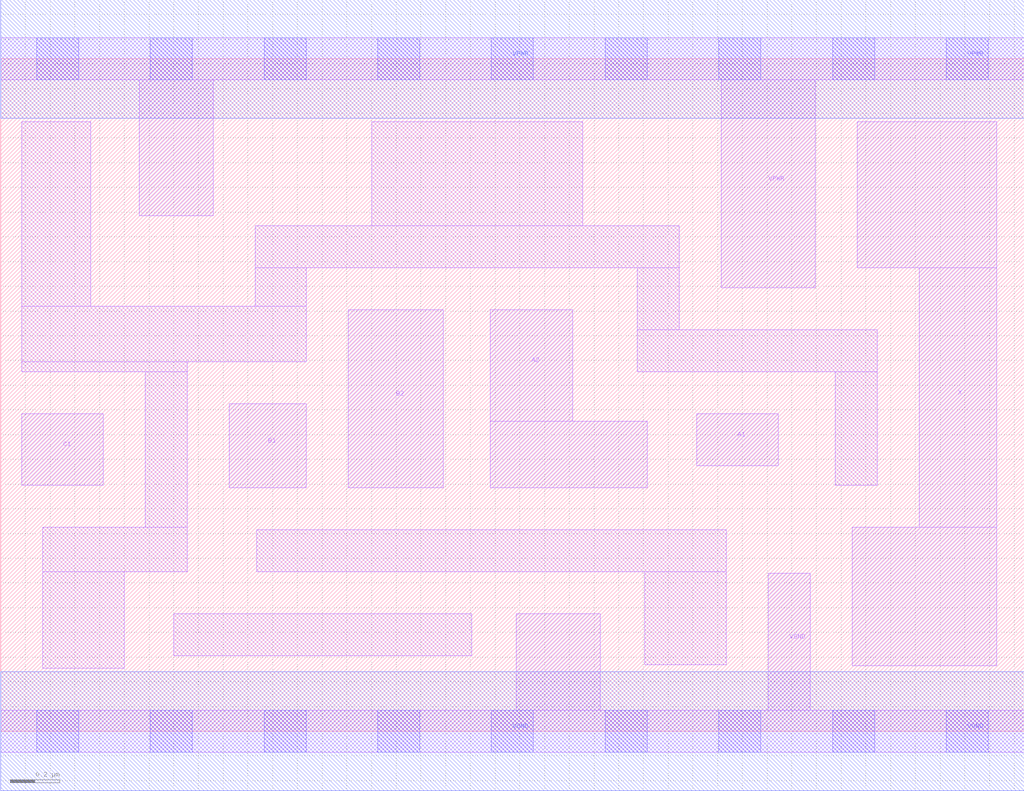
<source format=lef>
# Copyright 2020 The SkyWater PDK Authors
#
# Licensed under the Apache License, Version 2.0 (the "License");
# you may not use this file except in compliance with the License.
# You may obtain a copy of the License at
#
#     https://www.apache.org/licenses/LICENSE-2.0
#
# Unless required by applicable law or agreed to in writing, software
# distributed under the License is distributed on an "AS IS" BASIS,
# WITHOUT WARRANTIES OR CONDITIONS OF ANY KIND, either express or implied.
# See the License for the specific language governing permissions and
# limitations under the License.
#
# SPDX-License-Identifier: Apache-2.0

VERSION 5.7 ;
  NAMESCASESENSITIVE ON ;
  NOWIREEXTENSIONATPIN ON ;
  DIVIDERCHAR "/" ;
  BUSBITCHARS "[]" ;
UNITS
  DATABASE MICRONS 200 ;
END UNITS
PROPERTYDEFINITIONS
  MACRO maskLayoutSubType STRING ;
  MACRO prCellType STRING ;
  MACRO originalViewName STRING ;
END PROPERTYDEFINITIONS
MACRO sky130_fd_sc_hdll__o221a_1
  CLASS CORE ;
  FOREIGN sky130_fd_sc_hdll__o221a_1 ;
  ORIGIN  0.000000  0.000000 ;
  SIZE  4.140000 BY  2.720000 ;
  SYMMETRY X Y R90 ;
  SITE unithd ;
  PIN A1
    ANTENNAGATEAREA  0.277500 ;
    DIRECTION INPUT ;
    USE SIGNAL ;
    PORT
      LAYER li1 ;
        RECT 2.815000 1.075000 3.145000 1.285000 ;
    END
  END A1
  PIN A2
    ANTENNAGATEAREA  0.277500 ;
    DIRECTION INPUT ;
    USE SIGNAL ;
    PORT
      LAYER li1 ;
        RECT 1.980000 0.985000 2.615000 1.255000 ;
        RECT 1.980000 1.255000 2.315000 1.705000 ;
    END
  END A2
  PIN B1
    ANTENNAGATEAREA  0.277500 ;
    DIRECTION INPUT ;
    USE SIGNAL ;
    PORT
      LAYER li1 ;
        RECT 0.925000 0.985000 1.235000 1.325000 ;
    END
  END B1
  PIN B2
    ANTENNAGATEAREA  0.277500 ;
    DIRECTION INPUT ;
    USE SIGNAL ;
    PORT
      LAYER li1 ;
        RECT 1.405000 0.985000 1.790000 1.705000 ;
    END
  END B2
  PIN C1
    ANTENNAGATEAREA  0.277500 ;
    DIRECTION INPUT ;
    USE SIGNAL ;
    PORT
      LAYER li1 ;
        RECT 0.085000 0.995000 0.415000 1.285000 ;
    END
  END C1
  PIN VGND
    ANTENNADIFFAREA  0.377000 ;
    DIRECTION INOUT ;
    USE SIGNAL ;
    PORT
      LAYER li1 ;
        RECT 0.000000 -0.085000 4.140000 0.085000 ;
        RECT 2.085000  0.085000 2.425000 0.475000 ;
        RECT 3.105000  0.085000 3.275000 0.640000 ;
      LAYER mcon ;
        RECT 0.145000 -0.085000 0.315000 0.085000 ;
        RECT 0.605000 -0.085000 0.775000 0.085000 ;
        RECT 1.065000 -0.085000 1.235000 0.085000 ;
        RECT 1.525000 -0.085000 1.695000 0.085000 ;
        RECT 1.985000 -0.085000 2.155000 0.085000 ;
        RECT 2.445000 -0.085000 2.615000 0.085000 ;
        RECT 2.905000 -0.085000 3.075000 0.085000 ;
        RECT 3.365000 -0.085000 3.535000 0.085000 ;
        RECT 3.825000 -0.085000 3.995000 0.085000 ;
      LAYER met1 ;
        RECT 0.000000 -0.240000 4.140000 0.240000 ;
    END
  END VGND
  PIN VPWR
    ANTENNADIFFAREA  0.700000 ;
    DIRECTION INOUT ;
    USE SIGNAL ;
    PORT
      LAYER li1 ;
        RECT 0.000000 2.635000 4.140000 2.805000 ;
        RECT 0.560000 2.085000 0.860000 2.635000 ;
        RECT 2.915000 1.795000 3.295000 2.635000 ;
      LAYER mcon ;
        RECT 0.145000 2.635000 0.315000 2.805000 ;
        RECT 0.605000 2.635000 0.775000 2.805000 ;
        RECT 1.065000 2.635000 1.235000 2.805000 ;
        RECT 1.525000 2.635000 1.695000 2.805000 ;
        RECT 1.985000 2.635000 2.155000 2.805000 ;
        RECT 2.445000 2.635000 2.615000 2.805000 ;
        RECT 2.905000 2.635000 3.075000 2.805000 ;
        RECT 3.365000 2.635000 3.535000 2.805000 ;
        RECT 3.825000 2.635000 3.995000 2.805000 ;
      LAYER met1 ;
        RECT 0.000000 2.480000 4.140000 2.960000 ;
    END
  END VPWR
  PIN X
    ANTENNADIFFAREA  0.504500 ;
    DIRECTION OUTPUT ;
    USE SIGNAL ;
    PORT
      LAYER li1 ;
        RECT 3.445000 0.265000 4.030000 0.825000 ;
        RECT 3.465000 1.875000 4.030000 2.465000 ;
        RECT 3.715000 0.825000 4.030000 1.875000 ;
    END
  END X
  OBS
    LAYER li1 ;
      RECT 0.085000 1.455000 0.755000 1.495000 ;
      RECT 0.085000 1.495000 1.235000 1.720000 ;
      RECT 0.085000 1.720000 0.365000 2.465000 ;
      RECT 0.170000 0.255000 0.500000 0.645000 ;
      RECT 0.170000 0.645000 0.755000 0.825000 ;
      RECT 0.585000 0.825000 0.755000 1.455000 ;
      RECT 0.700000 0.305000 1.905000 0.475000 ;
      RECT 1.030000 1.720000 1.235000 1.875000 ;
      RECT 1.030000 1.875000 2.745000 2.045000 ;
      RECT 1.035000 0.645000 2.935000 0.815000 ;
      RECT 1.500000 2.045000 2.355000 2.465000 ;
      RECT 2.575000 1.455000 3.545000 1.625000 ;
      RECT 2.575000 1.625000 2.745000 1.875000 ;
      RECT 2.605000 0.270000 2.935000 0.645000 ;
      RECT 3.375000 0.995000 3.545000 1.455000 ;
  END
  PROPERTY maskLayoutSubType "abstract" ;
  PROPERTY prCellType "standard" ;
  PROPERTY originalViewName "layout" ;
END sky130_fd_sc_hdll__o221a_1

</source>
